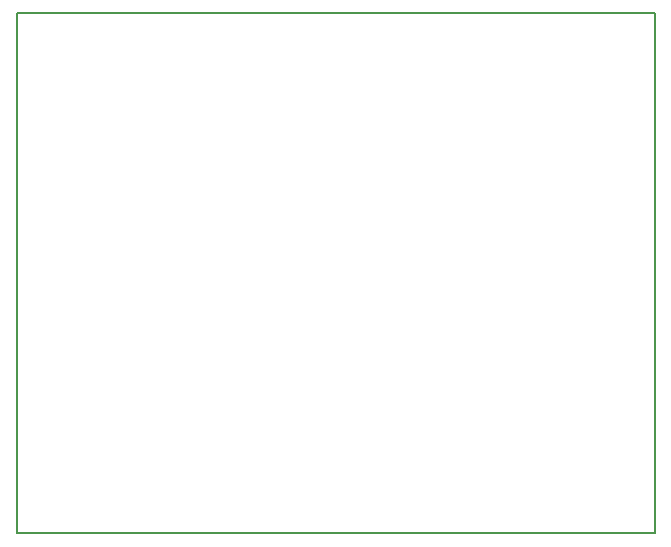
<source format=gbr>
G04 DipTrace 3.2.0.1*
G04 BoardOutline.gbr*
%MOIN*%
G04 #@! TF.FileFunction,Profile*
G04 #@! TF.Part,Single*
%ADD11C,0.005512*%
%FSLAX26Y26*%
G04*
G70*
G90*
G75*
G01*
G04 BoardOutline*
%LPD*%
X393701Y2125984D2*
D11*
X2519685D1*
Y393701D1*
X393701D1*
Y2125984D1*
M02*

</source>
